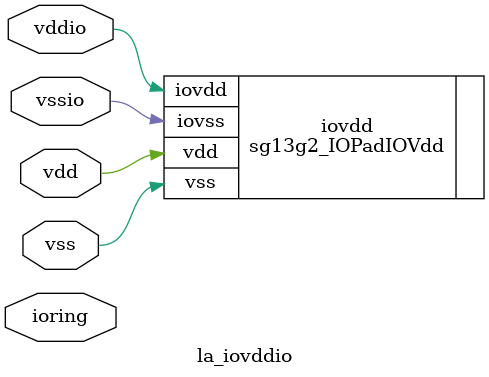
<source format=v>

(* keep_hierarchy *)
module la_iovddio #(
    parameter PROP  = "DEFAULT",  // cell type
    parameter SIDE  = "NO",       // "NO", "SO", "EA", "WE"
    parameter RINGW = 8           // width of io ring
) (
    inout vdd,  // core supply
    inout vss,  // core ground
    inout vddio,  // io supply
    inout vssio,  // io ground
    inout [RINGW-1:0] ioring  // generic io-ring interface
);

  sg13g2_IOPadIOVdd iovdd (
    .iovdd(vddio),
    .iovss(vssio),
    .vdd(vdd),
    .vss(vss)
  );

endmodule

</source>
